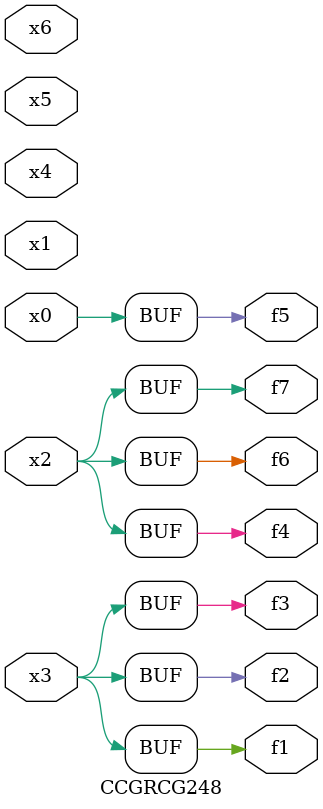
<source format=v>
module CCGRCG248(
	input x0, x1, x2, x3, x4, x5, x6,
	output f1, f2, f3, f4, f5, f6, f7
);
	assign f1 = x3;
	assign f2 = x3;
	assign f3 = x3;
	assign f4 = x2;
	assign f5 = x0;
	assign f6 = x2;
	assign f7 = x2;
endmodule

</source>
